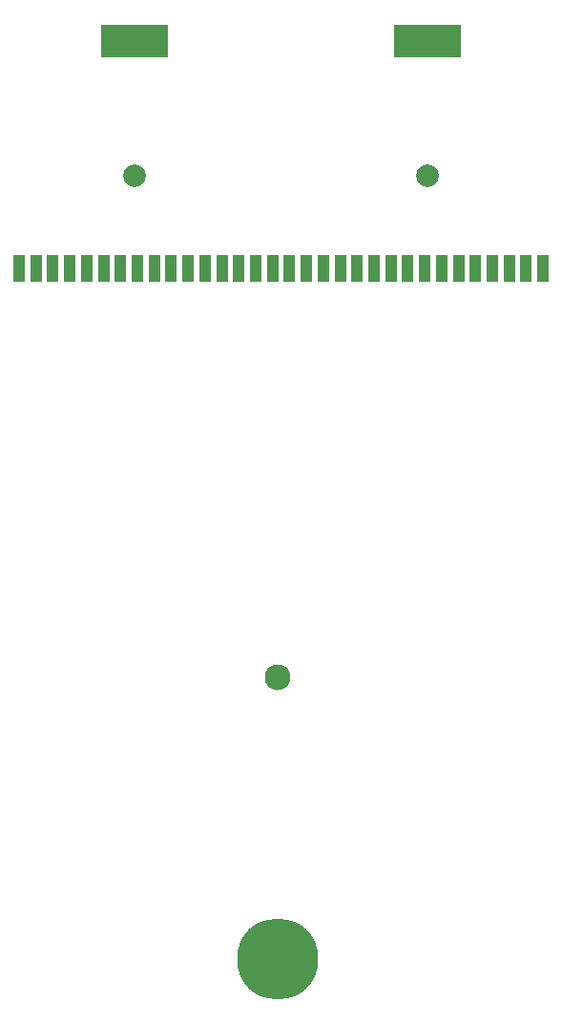
<source format=gbs>
G04 #@! TF.GenerationSoftware,KiCad,Pcbnew,(5.1.12)-1*
G04 #@! TF.CreationDate,2023-02-12T19:07:51-08:00*
G04 #@! TF.ProjectId,GB-BRK-CART,47422d42-524b-42d4-9341-52542e6b6963,v1.0*
G04 #@! TF.SameCoordinates,Original*
G04 #@! TF.FileFunction,Soldermask,Bot*
G04 #@! TF.FilePolarity,Negative*
%FSLAX46Y46*%
G04 Gerber Fmt 4.6, Leading zero omitted, Abs format (unit mm)*
G04 Created by KiCad (PCBNEW (5.1.12)-1) date 2023-02-12 19:07:51*
%MOMM*%
%LPD*%
G01*
G04 APERTURE LIST*
%ADD10C,2.000000*%
%ADD11R,1.000000X2.400000*%
%ADD12R,6.000000X3.000000*%
%ADD13C,2.300000*%
%ADD14C,7.200000*%
G04 APERTURE END LIST*
D10*
X87330000Y-15258000D03*
D11*
X77080000Y-23458000D03*
X78580000Y-23458000D03*
X80080000Y-23458000D03*
X81580000Y-23458000D03*
X83080000Y-23458000D03*
X84580000Y-23458000D03*
X86080000Y-23458000D03*
X87580000Y-23458000D03*
X89080000Y-23458000D03*
X90580000Y-23458000D03*
X92080000Y-23458000D03*
X93580000Y-23458000D03*
X95080000Y-23458000D03*
X96580000Y-23458000D03*
X98080000Y-23458000D03*
X99580000Y-23458000D03*
X101080000Y-23458000D03*
X102580000Y-23458000D03*
X104080000Y-23458000D03*
X105580000Y-23458000D03*
X107080000Y-23458000D03*
X108580000Y-23458000D03*
X110080000Y-23458000D03*
X111580000Y-23458000D03*
X113080000Y-23458000D03*
X114580000Y-23458000D03*
X116080000Y-23458000D03*
X117580000Y-23458000D03*
X119080000Y-23458000D03*
X120580000Y-23458000D03*
X122080000Y-23458000D03*
D10*
X113330000Y-15258000D03*
D12*
X87330000Y-3258000D03*
X113330000Y-3258000D03*
D11*
X123580000Y-23458000D03*
D13*
X100000000Y-59650000D03*
D14*
X100000000Y-84650000D03*
M02*

</source>
